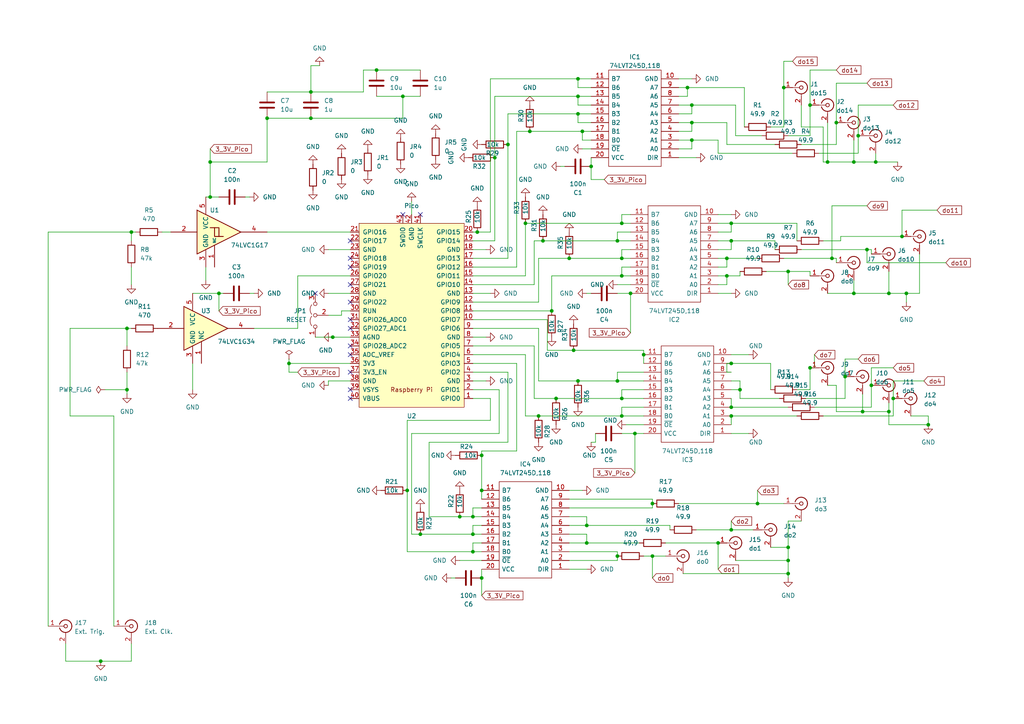
<source format=kicad_sch>
(kicad_sch (version 20230121) (generator eeschema)
  (paper "A4")
  (title_block (title "Prawn DO Breakout") (date "2024-01-19") (rev "01") (company "US Army Research Laboratory") (comment 1 "Email: david.h.meyer3.civ@army.mil") (comment 2 "Original Design By: David Meyer"))
  (junction (at 83.82 105.41))
  (junction (at 139.7 142.24))
  (junction (at 199.39 25.4))
  (junction (at 254 46.99))
  (junction (at 63.5 85.09))
  (junction (at 60.96 46.99))
  (junction (at 184.15 125.73))
  (junction (at 210.82 74.93))
  (junction (at 208.28 157.48))
  (junction (at 161.29 115.57))
  (junction (at 138.43 67.31))
  (junction (at 241.3 74.93))
  (junction (at 259.08 115.57))
  (junction (at 200.66 35.56))
  (junction (at 189.23 146.05))
  (junction (at 165.1 74.93))
  (junction (at 234.95 30.48))
  (junction (at 180.34 74.93))
  (junction (at 182.88 85.09))
  (junction (at 251.46 72.39))
  (junction (at 179.07 161.29))
  (junction (at 153.67 38.1))
  (junction (at 219.71 146.05))
  (junction (at 180.34 115.57))
  (junction (at 228.6 78.74))
  (junction (at 180.34 64.77))
  (junction (at 137.16 160.02))
  (junction (at 227.33 25.4))
  (junction (at 38.1 67.31))
  (junction (at 212.09 153.67))
  (junction (at 210.82 80.01))
  (junction (at 157.48 69.85))
  (junction (at 212.09 120.65))
  (junction (at 214.63 113.03))
  (junction (at 262.89 85.09))
  (junction (at 248.92 39.37))
  (junction (at 200.66 40.64))
  (junction (at 167.64 27.94))
  (junction (at 189.23 161.29))
  (junction (at 257.81 119.38))
  (junction (at 171.45 48.26))
  (junction (at 250.19 119.38))
  (junction (at 133.35 149.86))
  (junction (at 228.6 166.37))
  (junction (at 121.92 154.94))
  (junction (at 137.16 154.94))
  (junction (at 160.02 90.17))
  (junction (at 180.34 80.01))
  (junction (at 212.09 105.41))
  (junction (at 29.21 191.77))
  (junction (at 212.09 69.85))
  (junction (at 90.17 26.67))
  (junction (at 147.32 41.91))
  (junction (at 179.07 69.85))
  (junction (at 234.95 106.68))
  (junction (at 247.65 46.99))
  (junction (at 170.18 152.4))
  (junction (at 168.91 38.1))
  (junction (at 167.64 33.02))
  (junction (at 179.07 110.49))
  (junction (at 109.22 20.32))
  (junction (at 186.69 102.87))
  (junction (at 139.7 167.64))
  (junction (at 116.84 27.94))
  (junction (at 212.09 118.11))
  (junction (at 118.11 142.24))
  (junction (at 77.47 34.29))
  (junction (at 242.57 35.56))
  (junction (at 137.16 149.86))
  (junction (at 96.52 97.79))
  (junction (at 143.51 45.72))
  (junction (at 212.09 64.77))
  (junction (at 228.6 162.56))
  (junction (at 252.73 111.76))
  (junction (at 36.83 95.25))
  (junction (at 139.7 132.08))
  (junction (at 152.4 64.77))
  (junction (at 257.81 85.09))
  (junction (at 36.83 113.03))
  (junction (at 247.65 85.09))
  (junction (at 166.37 101.6))
  (junction (at 240.03 46.99))
  (junction (at 167.64 22.86))
  (junction (at 269.24 123.19))
  (junction (at 90.17 34.29))
  (junction (at 167.64 110.49))
  (junction (at 245.11 109.22))
  (junction (at 200.66 30.48))
  (junction (at 170.18 157.48))
  (junction (at 156.21 120.65))
  (junction (at 60.96 57.15))
  (junction (at 261.62 68.58))
  (junction (at 180.34 120.65))
  (junction (at 228.6 158.75))
  (no_connect (at 101.6 77.47))
  (no_connect (at 116.84 62.23))
  (no_connect (at 101.6 113.03))
  (no_connect (at 101.6 82.55))
  (no_connect (at 101.6 100.33))
  (no_connect (at 101.6 69.85))
  (no_connect (at 101.6 87.63))
  (no_connect (at 101.6 74.93))
  (no_connect (at 101.6 107.95))
  (no_connect (at 121.92 62.23))
  (no_connect (at 101.6 102.87))
  (no_connect (at 101.6 92.71))
  (no_connect (at 101.6 95.25))
  (no_connect (at 91.44 85.09))
  (no_connect (at 101.6 115.57))
  (wire (pts (xy 208.28 44.45) (xy 229.87 44.45)))
  (wire (pts (xy 212.09 125.73) (xy 217.17 125.73)))
  (wire (pts (xy 119.38 125.73) (xy 119.38 154.94)))
  (wire (pts (xy 133.35 149.86) (xy 137.16 149.86)))
  (wire (pts (xy 156.21 110.49) (xy 167.64 110.49)))
  (wire (pts (xy 180.34 80.01) (xy 182.88 80.01)))
  (wire (pts (xy 228.6 166.37) (xy 228.6 162.56)))
  (wire (pts (xy 137.16 85.09) (xy 142.24 85.09)))
  (wire (pts (xy 217.17 102.87) (xy 212.09 102.87)))
  (wire (pts (xy 179.07 107.95) (xy 179.07 110.49)))
  (wire (pts (xy 161.29 115.57) (xy 180.34 115.57)))
  (wire (pts (xy 182.88 62.23) (xy 180.34 62.23)))
  (wire (pts (xy 59.69 77.47) (xy 59.69 81.28)))
  (wire (pts (xy 214.63 110.49) (xy 212.09 110.49)))
  (wire (pts (xy 147.32 107.95) (xy 147.32 128.27)))
  (wire (pts (xy 182.88 77.47) (xy 180.34 77.47)))
  (wire (pts (xy 250.19 119.38) (xy 257.81 119.38)))
  (wire (pts (xy 99.06 91.44) (xy 99.06 90.17)))
  (wire (pts (xy 227.33 25.4) (xy 227.33 36.83)))
  (wire (pts (xy 165.1 160.02) (xy 179.07 160.02)))
  (wire (pts (xy 165.1 142.24) (xy 168.91 142.24)))
  (wire (pts (xy 142.24 121.92) (xy 118.11 121.92)))
  (wire (pts (xy 130.81 167.64) (xy 132.08 167.64)))
  (wire (pts (xy 160.02 80.01) (xy 160.02 90.17)))
  (wire (pts (xy 170.18 152.4) (xy 194.31 152.4)))
  (wire (pts (xy 208.28 72.39) (xy 212.09 72.39)))
  (wire (pts (xy 212.09 118.11) (xy 212.09 115.57)))
  (wire (pts (xy 247.65 85.09) (xy 257.81 85.09)))
  (wire (pts (xy 261.62 60.96) (xy 261.62 68.58)))
  (wire (pts (xy 186.69 123.19) (xy 181.61 123.19)))
  (wire (pts (xy 182.88 67.31) (xy 179.07 67.31)))
  (wire (pts (xy 234.95 78.74) (xy 234.95 80.01)))
  (wire (pts (xy 208.28 82.55) (xy 210.82 82.55)))
  (wire (pts (xy 247.65 46.99) (xy 254 46.99)))
  (wire (pts (xy 180.34 118.11) (xy 180.34 120.65)))
  (wire (pts (xy 175.26 52.07) (xy 171.45 52.07)))
  (wire (pts (xy 60.96 46.99) (xy 60.96 57.15)))
  (wire (pts (xy 90.17 26.67) (xy 105.41 26.67)))
  (wire (pts (xy 238.76 36.83) (xy 238.76 46.99)))
  (wire (pts (xy 167.64 25.4) (xy 167.64 22.86)))
  (wire (pts (xy 109.22 27.94) (xy 116.84 27.94)))
  (wire (pts (xy 224.79 69.85) (xy 224.79 72.39)))
  (wire (pts (xy 257.81 85.09) (xy 262.89 85.09)))
  (wire (pts (xy 71.12 57.15) (xy 72.39 57.15)))
  (wire (pts (xy 121.92 154.94) (xy 137.16 154.94)))
  (wire (pts (xy 259.08 115.57) (xy 259.08 120.65)))
  (wire (pts (xy 200.66 30.48) (xy 213.36 30.48)))
  (wire (pts (xy 171.45 30.48) (xy 167.64 30.48)))
  (wire (pts (xy 137.16 160.02) (xy 139.7 160.02)))
  (wire (pts (xy 208.28 40.64) (xy 208.28 44.45)))
  (wire (pts (xy 20.32 120.65) (xy 20.32 95.25)))
  (wire (pts (xy 232.41 41.91) (xy 242.57 41.91)))
  (wire (pts (xy 232.41 36.83) (xy 238.76 36.83)))
  (wire (pts (xy 143.51 45.72) (xy 143.51 69.85)))
  (wire (pts (xy 166.37 101.6) (xy 186.69 101.6)))
  (wire (pts (xy 199.39 27.94) (xy 199.39 25.4)))
  (wire (pts (xy 208.28 80.01) (xy 210.82 80.01)))
  (wire (pts (xy 137.16 110.49) (xy 140.97 110.49)))
  (wire (pts (xy 86.36 95.25) (xy 86.36 80.01)))
  (wire (pts (xy 20.32 95.25) (xy 36.83 95.25)))
  (wire (pts (xy 208.28 157.48) (xy 208.28 165.1)))
  (wire (pts (xy 154.94 69.85) (xy 157.48 69.85)))
  (wire (pts (xy 242.57 24.13) (xy 242.57 35.56)))
  (wire (pts (xy 137.16 97.79) (xy 140.97 97.79)))
  (wire (pts (xy 137.16 67.31) (xy 138.43 67.31)))
  (wire (pts (xy 38.1 67.31) (xy 38.1 69.85)))
  (wire (pts (xy 212.09 67.31) (xy 212.09 64.77)))
  (wire (pts (xy 259.08 110.49) (xy 259.08 115.57)))
  (wire (pts (xy 19.05 186.69) (xy 19.05 191.77)))
  (wire (pts (xy 171.45 25.4) (xy 167.64 25.4)))
  (wire (pts (xy 196.85 43.18) (xy 200.66 43.18)))
  (wire (pts (xy 165.1 154.94) (xy 170.18 154.94)))
  (wire (pts (xy 232.41 30.48) (xy 232.41 36.83)))
  (wire (pts (xy 254 46.99) (xy 254 44.45)))
  (wire (pts (xy 147.32 41.91) (xy 147.32 74.93)))
  (wire (pts (xy 208.28 77.47) (xy 210.82 77.47)))
  (wire (pts (xy 83.82 105.41) (xy 83.82 107.95)))
  (wire (pts (xy 77.47 46.99) (xy 60.96 46.99)))
  (wire (pts (xy 165.1 144.78) (xy 189.23 144.78)))
  (wire (pts (xy 193.04 157.48) (xy 208.28 157.48)))
  (wire (pts (xy 259.08 106.68) (xy 252.73 106.68)))
  (wire (pts (xy 229.87 17.78) (xy 227.33 17.78)))
  (wire (pts (xy 186.69 107.95) (xy 179.07 107.95)))
  (wire (pts (xy 139.7 147.32) (xy 137.16 147.32)))
  (wire (pts (xy 248.92 30.48) (xy 248.92 39.37)))
  (wire (pts (xy 139.7 167.64) (xy 139.7 172.72)))
  (wire (pts (xy 228.6 78.74) (xy 234.95 78.74)))
  (wire (pts (xy 149.86 38.1) (xy 153.67 38.1)))
  (wire (pts (xy 165.1 162.56) (xy 179.07 162.56)))
  (wire (pts (xy 180.34 74.93) (xy 182.88 74.93)))
  (wire (pts (xy 171.45 85.09) (xy 170.18 85.09)))
  (wire (pts (xy 96.52 97.79) (xy 101.6 97.79)))
  (wire (pts (xy 137.16 90.17) (xy 160.02 90.17)))
  (wire (pts (xy 165.1 74.93) (xy 180.34 74.93)))
  (wire (pts (xy 180.34 62.23) (xy 180.34 64.77)))
  (wire (pts (xy 153.67 38.1) (xy 168.91 38.1)))
  (wire (pts (xy 184.15 125.73) (xy 180.34 125.73)))
  (wire (pts (xy 143.51 27.94) (xy 167.64 27.94)))
  (wire (pts (xy 198.12 166.37) (xy 228.6 166.37)))
  (wire (pts (xy 156.21 120.65) (xy 180.34 120.65)))
  (wire (pts (xy 208.28 69.85) (xy 212.09 69.85)))
  (wire (pts (xy 137.16 157.48) (xy 137.16 160.02)))
  (wire (pts (xy 234.95 113.03) (xy 231.14 113.03)))
  (wire (pts (xy 142.24 115.57) (xy 142.24 121.92)))
  (wire (pts (xy 214.63 115.57) (xy 226.06 115.57)))
  (wire (pts (xy 212.09 153.67) (xy 218.44 153.67)))
  (wire (pts (xy 137.16 69.85) (xy 143.51 69.85)))
  (wire (pts (xy 180.34 115.57) (xy 186.69 115.57)))
  (wire (pts (xy 172.72 128.27) (xy 171.45 128.27)))
  (wire (pts (xy 250.19 114.3) (xy 250.19 119.38)))
  (wire (pts (xy 160.02 80.01) (xy 180.34 80.01)))
  (wire (pts (xy 212.09 118.11) (xy 228.6 118.11)))
  (wire (pts (xy 208.28 64.77) (xy 212.09 64.77)))
  (wire (pts (xy 227.33 17.78) (xy 227.33 25.4)))
  (wire (pts (xy 242.57 41.91) (xy 242.57 35.56)))
  (wire (pts (xy 139.7 152.4) (xy 137.16 152.4)))
  (wire (pts (xy 77.47 34.29) (xy 77.47 46.99)))
  (wire (pts (xy 33.02 120.65) (xy 20.32 120.65)))
  (wire (pts (xy 13.97 181.61) (xy 13.97 67.31)))
  (wire (pts (xy 179.07 160.02) (xy 179.07 161.29)))
  (wire (pts (xy 199.39 25.4) (xy 215.9 25.4)))
  (wire (pts (xy 219.71 142.24) (xy 219.71 146.05)))
  (wire (pts (xy 257.81 123.19) (xy 269.24 123.19)))
  (wire (pts (xy 124.46 128.27) (xy 124.46 149.86)))
  (wire (pts (xy 200.66 33.02) (xy 200.66 30.48)))
  (wire (pts (xy 228.6 39.37) (xy 234.95 39.37)))
  (wire (pts (xy 201.93 153.67) (xy 212.09 153.67)))
  (wire (pts (xy 137.16 77.47) (xy 149.86 77.47)))
  (wire (pts (xy 247.65 40.64) (xy 247.65 46.99)))
  (wire (pts (xy 223.52 113.03) (xy 223.52 105.41)))
  (wire (pts (xy 196.85 30.48) (xy 200.66 30.48)))
  (wire (pts (xy 212.09 123.19) (xy 212.09 120.65)))
  (wire (pts (xy 214.63 115.57) (xy 214.63 113.03)))
  (wire (pts (xy 162.56 48.26) (xy 163.83 48.26)))
  (wire (pts (xy 137.16 82.55) (xy 154.94 82.55)))
  (wire (pts (xy 222.25 78.74) (xy 228.6 78.74)))
  (wire (pts (xy 274.32 76.2) (xy 251.46 76.2)))
  (wire (pts (xy 165.1 165.1) (xy 170.18 165.1)))
  (wire (pts (xy 152.4 64.77) (xy 180.34 64.77)))
  (wire (pts (xy 144.78 113.03) (xy 144.78 125.73)))
  (wire (pts (xy 59.69 57.15) (xy 60.96 57.15)))
  (wire (pts (xy 186.69 125.73) (xy 184.15 125.73)))
  (wire (pts (xy 36.83 95.25) (xy 36.83 100.33)))
  (wire (pts (xy 189.23 144.78) (xy 189.23 146.05)))
  (wire (pts (xy 154.94 69.85) (xy 154.94 82.55)))
  (wire (pts (xy 171.45 35.56) (xy 167.64 35.56)))
  (wire (pts (xy 83.82 107.95) (xy 86.36 107.95)))
  (wire (pts (xy 180.34 72.39) (xy 180.34 74.93)))
  (wire (pts (xy 157.48 69.85) (xy 179.07 69.85)))
  (wire (pts (xy 232.41 72.39) (xy 251.46 72.39)))
  (wire (pts (xy 168.91 40.64) (xy 168.91 38.1)))
  (wire (pts (xy 167.64 30.48) (xy 167.64 27.94)))
  (wire (pts (xy 179.07 110.49) (xy 186.69 110.49)))
  (wire (pts (xy 262.89 85.09) (xy 266.7 85.09)))
  (wire (pts (xy 228.6 162.56) (xy 228.6 158.75)))
  (wire (pts (xy 118.11 160.02) (xy 137.16 160.02)))
  (wire (pts (xy 91.44 97.79) (xy 96.52 97.79)))
  (wire (pts (xy 262.89 85.09) (xy 262.89 87.63)))
  (wire (pts (xy 118.11 121.92) (xy 118.11 142.24)))
  (wire (pts (xy 257.81 119.38) (xy 257.81 123.19)))
  (wire (pts (xy 105.41 20.32) (xy 109.22 20.32)))
  (wire (pts (xy 55.88 105.41) (xy 55.88 113.03)))
  (wire (pts (xy 252.73 72.39) (xy 252.73 73.66)))
  (wire (pts (xy 213.36 162.56) (xy 228.6 162.56)))
  (wire (pts (xy 119.38 154.94) (xy 121.92 154.94)))
  (wire (pts (xy 247.65 81.28) (xy 247.65 85.09)))
  (wire (pts (xy 208.28 67.31) (xy 212.09 67.31)))
  (wire (pts (xy 238.76 120.65) (xy 259.08 120.65)))
  (wire (pts (xy 234.95 20.32) (xy 234.95 30.48)))
  (wire (pts (xy 38.1 77.47) (xy 38.1 82.55)))
  (wire (pts (xy 95.25 91.44) (xy 99.06 91.44)))
  (wire (pts (xy 180.34 113.03) (xy 180.34 115.57)))
  (wire (pts (xy 240.03 46.99) (xy 247.65 46.99)))
  (wire (pts (xy 240.03 35.56) (xy 240.03 46.99)))
  (wire (pts (xy 189.23 167.64) (xy 189.23 161.29)))
  (wire (pts (xy 210.82 41.91) (xy 224.79 41.91)))
  (wire (pts (xy 139.7 130.81) (xy 139.7 132.08)))
  (wire (pts (xy 196.85 38.1) (xy 200.66 38.1)))
  (wire (pts (xy 214.63 113.03) (xy 214.63 110.49)))
  (wire (pts (xy 269.24 120.65) (xy 264.16 120.65)))
  (wire (pts (xy 179.07 162.56) (xy 179.07 161.29)))
  (wire (pts (xy 137.16 95.25) (xy 156.21 95.25)))
  (wire (pts (xy 182.88 85.09) (xy 179.07 85.09)))
  (wire (pts (xy 240.03 85.09) (xy 247.65 85.09)))
  (wire (pts (xy 170.18 149.86) (xy 170.18 152.4)))
  (wire (pts (xy 267.97 110.49) (xy 259.08 110.49)))
  (wire (pts (xy 212.09 151.13) (xy 212.09 153.67)))
  (wire (pts (xy 234.95 39.37) (xy 234.95 30.48)))
  (wire (pts (xy 186.69 102.87) (xy 186.69 105.41)))
  (wire (pts (xy 156.21 74.93) (xy 156.21 87.63)))
  (wire (pts (xy 168.91 43.18) (xy 171.45 43.18)))
  (wire (pts (xy 223.52 158.75) (xy 228.6 158.75)))
  (wire (pts (xy 184.15 137.16) (xy 184.15 125.73)))
  (wire (pts (xy 251.46 76.2) (xy 251.46 72.39)))
  (wire (pts (xy 186.69 161.29) (xy 189.23 161.29)))
  (wire (pts (xy 233.68 115.57) (xy 245.11 115.57)))
  (wire (pts (xy 248.92 104.14) (xy 245.11 104.14)))
  (wire (pts (xy 186.69 118.11) (xy 180.34 118.11)))
  (wire (pts (xy 99.06 90.17) (xy 101.6 90.17)))
  (wire (pts (xy 196.85 22.86) (xy 200.66 22.86)))
  (wire (pts (xy 137.16 92.71) (xy 158.75 92.71)))
  (wire (pts (xy 137.16 74.93) (xy 147.32 74.93)))
  (wire (pts (xy 196.85 27.94) (xy 199.39 27.94)))
  (wire (pts (xy 90.17 19.05) (xy 92.71 19.05)))
  (wire (pts (xy 165.1 147.32) (xy 189.23 147.32)))
  (wire (pts (xy 212.09 72.39) (xy 212.09 69.85)))
  (wire (pts (xy 257.81 116.84) (xy 257.81 119.38)))
  (wire (pts (xy 83.82 104.14) (xy 83.82 105.41)))
  (wire (pts (xy 228.6 78.74) (xy 228.6 82.55)))
  (wire (pts (xy 139.7 157.48) (xy 137.16 157.48)))
  (wire (pts (xy 158.75 101.6) (xy 166.37 101.6)))
  (wire (pts (xy 137.16 113.03) (xy 144.78 113.03)))
  (wire (pts (xy 212.09 107.95) (xy 210.82 107.95)))
  (wire (pts (xy 210.82 74.93) (xy 219.71 74.93)))
  (wire (pts (xy 63.5 85.09) (xy 63.5 90.17)))
  (wire (pts (xy 165.1 157.48) (xy 170.18 157.48)))
  (wire (pts (xy 36.83 107.95) (xy 36.83 113.03)))
  (wire (pts (xy 200.66 38.1) (xy 200.66 35.56)))
  (wire (pts (xy 139.7 132.08) (xy 139.7 142.24)))
  (wire (pts (xy 228.6 167.64) (xy 228.6 166.37)))
  (wire (pts (xy 55.88 85.09) (xy 63.5 85.09)))
  (wire (pts (xy 133.35 162.56) (xy 139.7 162.56)))
  (wire (pts (xy 194.31 152.4) (xy 194.31 153.67)))
  (wire (pts (xy 212.09 64.77) (xy 231.14 64.77)))
  (wire (pts (xy 46.99 67.31) (xy 49.53 67.31)))
  (wire (pts (xy 63.5 85.09) (xy 64.77 85.09)))
  (wire (pts (xy 152.4 64.77) (xy 152.4 80.01)))
  (wire (pts (xy 149.86 38.1) (xy 149.86 77.47)))
  (wire (pts (xy 95.25 72.39) (xy 101.6 72.39)))
  (wire (pts (xy 137.16 149.86) (xy 139.7 149.86)))
  (wire (pts (xy 200.66 43.18) (xy 200.66 40.64)))
  (wire (pts (xy 210.82 35.56) (xy 210.82 41.91)))
  (wire (pts (xy 137.16 80.01) (xy 152.4 80.01)))
  (wire (pts (xy 252.73 106.68) (xy 252.73 111.76)))
  (wire (pts (xy 137.16 105.41) (xy 149.86 105.41)))
  (wire (pts (xy 171.45 52.07) (xy 171.45 48.26)))
  (wire (pts (xy 179.07 67.31) (xy 179.07 69.85)))
  (wire (pts (xy 60.96 57.15) (xy 63.5 57.15)))
  (wire (pts (xy 196.85 33.02) (xy 200.66 33.02)))
  (wire (pts (xy 236.22 106.68) (xy 234.95 106.68)))
  (wire (pts (xy 266.7 73.66) (xy 266.7 85.09)))
  (wire (pts (xy 208.28 85.09) (xy 212.09 85.09)))
  (wire (pts (xy 13.97 67.31) (xy 38.1 67.31)))
  (wire (pts (xy 196.85 45.72) (xy 201.93 45.72)))
  (wire (pts (xy 152.4 102.87) (xy 152.4 120.65)))
  (wire (pts (xy 147.32 33.02) (xy 147.32 41.91)))
  (wire (pts (xy 200.66 35.56) (xy 210.82 35.56)))
  (wire (pts (xy 172.72 128.27) (xy 172.72 125.73)))
  (wire (pts (xy 138.43 67.31) (xy 142.24 67.31)))
  (wire (pts (xy 38.1 186.69) (xy 38.1 191.77)))
  (wire (pts (xy 228.6 158.75) (xy 228.6 151.13)))
  (wire (pts (xy 30.48 113.03) (xy 36.83 113.03)))
  (wire (pts (xy 77.47 67.31) (xy 101.6 67.31)))
  (wire (pts (xy 147.32 33.02) (xy 167.64 33.02)))
  (wire (pts (xy 109.22 20.32) (xy 121.92 20.32)))
  (wire (pts (xy 38.1 67.31) (xy 39.37 67.31)))
  (wire (pts (xy 83.82 105.41) (xy 101.6 105.41)))
  (wire (pts (xy 251.46 59.69) (xy 241.3 59.69)))
  (wire (pts (xy 213.36 39.37) (xy 220.98 39.37)))
  (wire (pts (xy 142.24 22.86) (xy 167.64 22.86)))
  (wire (pts (xy 137.16 115.57) (xy 142.24 115.57)))
  (wire (pts (xy 167.64 27.94) (xy 171.45 27.94)))
  (wire (pts (xy 189.23 161.29) (xy 193.04 161.29)))
  (wire (pts (xy 143.51 27.94) (xy 143.51 45.72)))
  (wire (pts (xy 240.03 111.76) (xy 242.57 111.76)))
  (wire (pts (xy 154.94 115.57) (xy 161.29 115.57)))
  (wire (pts (xy 182.88 72.39) (xy 180.34 72.39)))
  (wire (pts (xy 212.09 120.65) (xy 231.14 120.65)))
  (wire (pts (xy 137.16 147.32) (xy 137.16 149.86)))
  (wire (pts (xy 156.21 74.93) (xy 165.1 74.93)))
  (wire (pts (xy 167.64 33.02) (xy 171.45 33.02)))
  (wire (pts (xy 144.78 125.73) (xy 119.38 125.73)))
  (wire (pts (xy 137.16 87.63) (xy 156.21 87.63)))
  (wire (pts (xy 196.85 35.56) (xy 200.66 35.56)))
  (wire (pts (xy 72.39 85.09) (xy 73.66 85.09)))
  (wire (pts (xy 251.46 24.13) (xy 242.57 24.13)))
  (wire (pts (xy 60.96 43.18) (xy 60.96 46.99)))
  (wire (pts (xy 137.16 107.95) (xy 147.32 107.95)))
  (wire (pts (xy 149.86 130.81) (xy 139.7 130.81)))
  (wire (pts (xy 196.85 40.64) (xy 200.66 40.64)))
  (wire (pts (xy 105.41 26.67) (xy 105.41 20.32)))
  (wire (pts (xy 196.85 146.05) (xy 219.71 146.05)))
  (wire (pts (xy 271.78 60.96) (xy 261.62 60.96)))
  (wire (pts (xy 116.84 27.94) (xy 121.92 27.94)))
  (wire (pts (xy 116.84 27.94) (xy 116.84 34.29)))
  (wire (pts (xy 167.64 110.49) (xy 179.07 110.49)))
  (wire (pts (xy 227.33 36.83) (xy 223.52 36.83)))
  (wire (pts (xy 168.91 38.1) (xy 171.45 38.1)))
  (wire (pts (xy 73.66 95.25) (xy 86.36 95.25)))
  (wire (pts (xy 196.85 25.4) (xy 199.39 25.4)))
  (wire (pts (xy 171.45 40.64) (xy 168.91 40.64)))
  (wire (pts (xy 242.57 20.32) (xy 234.95 20.32)))
  (wire (pts (xy 228.6 151.13) (xy 232.41 151.13)))
  (wire (pts (xy 179.07 69.85) (xy 182.88 69.85)))
  (wire (pts (xy 180.34 77.47) (xy 180.34 80.01)))
  (wire (pts (xy 219.71 146.05) (xy 227.33 146.05)))
  (wire (pts (xy 137.16 72.39) (xy 140.97 72.39)))
  (wire (pts (xy 119.38 62.23) (xy 119.38 58.42)))
  (wire (pts (xy 248.92 44.45) (xy 248.92 39.37)))
  (wire (pts (xy 236.22 102.87) (xy 236.22 106.68)))
  (wire (pts (xy 139.7 165.1) (xy 139.7 167.64)))
  (wire (pts (xy 33.02 181.61) (xy 33.02 120.65)))
  (wire (pts (xy 86.36 80.01) (xy 101.6 80.01)))
  (wire (pts (xy 269.24 123.19) (xy 269.24 120.65)))
  (wire (pts (xy 118.11 142.24) (xy 118.11 160.02)))
  (wire (pts (xy 242.57 111.76) (xy 242.57 119.38)))
  (wire (pts (xy 170.18 154.94) (xy 170.18 157.48)))
  (wire (pts (xy 257.81 78.74) (xy 257.81 85.09)))
  (wire (pts (xy 182.88 96.52) (xy 182.88 85.09)))
  (wire (pts (xy 214.63 80.01) (xy 214.63 78.74)))
  (wire (pts (xy 139.7 142.24) (xy 139.7 144.78)))
  (wire (pts (xy 260.35 46.99) (xy 254 46.99)))
  (wire (pts (xy 167.64 35.56) (xy 167.64 33.02)))
  (wire (pts (xy 215.9 25.4) (xy 215.9 36.83)))
  (wire (pts (xy 158.75 92.71) (xy 158.75 101.6)))
  (wire (pts (xy 231.14 69.85) (xy 231.14 64.77)))
  (wire (pts (xy 236.22 118.11) (xy 252.73 118.11)))
  (wire (pts (xy 234.95 106.68) (xy 234.95 113.03)))
  (wire (pts (xy 137.16 154.94) (xy 139.7 154.94)))
  (wire (pts (xy 243.84 68.58) (xy 243.84 69.85)))
  (wire (pts (xy 212.09 69.85) (xy 224.79 69.85)))
  (wire (pts (xy 152.4 120.65) (xy 156.21 120.65)))
  (wire (pts (xy 170.18 157.48) (xy 185.42 157.48)))
  (wire (pts (xy 186.69 113.03) (xy 180.34 113.03)))
  (wire (pts (xy 90.17 34.29) (xy 116.84 34.29)))
  (wire (pts (xy 259.08 30.48) (xy 248.92 30.48)))
  (wire (pts (xy 165.1 149.86) (xy 170.18 149.86)))
  (wire (pts (xy 95.25 110.49) (xy 95.25 111.76)))
  (wire (pts (xy 210.82 107.95) (xy 210.82 105.41)))
  (wire (pts (xy 101.6 110.49) (xy 95.25 110.49)))
  (wire (pts (xy 137.16 152.4) (xy 137.16 154.94)))
  (wire (pts (xy 242.57 74.93) (xy 242.57 76.2)))
  (wire (pts (xy 210.82 105.41) (xy 212.09 105.41)))
  (wire (pts (xy 241.3 74.93) (xy 242.57 74.93)))
  (wire (pts (xy 77.47 26.67) (xy 90.17 26.67)))
  (wire (pts (xy 210.82 80.01) (xy 214.63 80.01)))
  (wire (pts (xy 227.33 74.93) (xy 241.3 74.93)))
  (wire (pts (xy 189.23 147.32) (xy 189.23 146.05)))
  (wire (pts (xy 237.49 44.45) (xy 248.92 44.45)))
  (wire (pts (xy 200.66 40.64) (xy 208.28 40.64)))
  (wire (pts (xy 182.88 82.55) (xy 179.07 82.55)))
  (wire (pts (xy 77.47 34.29) (xy 90.17 34.29)))
  (wire (pts (xy 147.32 128.27) (xy 124.46 128.27)))
  (wire (pts (xy 261.62 68.58) (xy 243.84 68.58)))
  (wire (pts (xy 154.94 100.33) (xy 154.94 115.57)))
  (wire (pts (xy 210.82 82.55) (xy 210.82 80.01)))
  (wire (pts (xy 180.34 64.77) (xy 182.88 64.77)))
  (wire (pts (xy 36.83 113.03) (xy 36.83 114.3)))
  (wire (pts (xy 245.11 109.22) (xy 245.11 115.57)))
  (wire (pts (xy 238.76 46.99) (xy 240.03 46.99)))
  (wire (pts (xy 142.24 22.86) (xy 142.24 67.31)))
  (wire (pts (xy 212.09 105.41) (xy 223.52 105.41)))
  (wire (pts (xy 167.64 22.86) (xy 171.45 22.86)))
  (wire (pts (xy 186.69 101.6) (xy 186.69 102.87)))
  (wire (pts (xy 165.1 152.4) (xy 170.18 152.4)))
  (wire (pts (xy 180.34 120.65) (xy 186.69 120.65)))
  (wire (pts (xy 212.09 113.03) (xy 214.63 113.03)))
  (wire (pts (xy 95.25 85.09) (xy 101.6 85.09)))
  (wire (pts (xy 208.28 74.93) (xy 210.82 74.93)))
  (wire (pts (xy 245.11 104.14) (xy 245.11 109.22)))
  (wire (pts (xy 90.17 26.67) (xy 90.17 19.05)))
  (wire (pts (xy 149.86 105.41) (xy 149.86 130.81)))
  (wire (pts (xy 19.05 191.77) (xy 29.21 191.77)))
  (wire (pts (xy 210.82 74.93) (xy 210.82 77.47)))
  (wire (pts (xy 124.46 149.86) (xy 133.35 149.86)))
  (wire (pts (xy 242.57 119.38) (xy 250.19 119.38)))
  (wire (pts (xy 171.45 48.26) (xy 171.45 45.72)))
  (wire (pts (xy 137.16 102.87) (xy 152.4 102.87)))
  (wire (pts (xy 137.16 100.33) (xy 154.94 100.33)))
  (wire (pts (xy 241.3 59.69) (xy 241.3 74.93)))
  (wire (pts (xy 156.21 95.25) (xy 156.21 110.49)))
  (wire (pts (xy 251.46 72.39) (xy 252.73 72.39)))
  (wire (pts (xy 252.73 111.76) (xy 252.73 118.11)))
  (wire (pts (xy 212.09 62.23) (xy 208.28 62.23)))
  (wire (pts (xy 38.1 191.77) (xy 29.21 191.77)))
  (wire (pts (xy 243.84 69.85) (xy 238.76 69.85)))
  (wire (pts (xy 36.83 95.25) (xy 38.1 95.25)))
  (wire (pts (xy 213.36 30.48) (xy 213.36 39.37)))
  (global_label "do13" (shape input) (at 251.46 24.13 0) (property "Intersheetrefs" "${INTERSHEET_REFS}" (effects hide)))
  (global_label "3_3V_Pico" (shape input) (at 60.96 43.18 0) (property "Intersheetrefs" "${INTERSHEET_REFS}" (effects hide)))
  (global_label "do4" (shape input) (at 267.97 110.49 0) (property "Intersheetrefs" "${INTERSHEET_REFS}" (effects hide)))
  (global_label "do12" (shape input) (at 259.08 30.48 0) (property "Intersheetrefs" "${INTERSHEET_REFS}" (effects hide)))
  (global_label "do15" (shape input) (at 229.87 17.78 0) (property "Intersheetrefs" "${INTERSHEET_REFS}" (effects hide)))
  (global_label "do2" (shape input) (at 212.09 151.13 0) (property "Intersheetrefs" "${INTERSHEET_REFS}" (effects hide)))
  (global_label "3_3V_Pico" (shape input) (at 86.36 107.95 0) (property "Intersheetrefs" "${INTERSHEET_REFS}" (effects hide)))
  (global_label "do7" (shape input) (at 236.22 102.87 0) (property "Intersheetrefs" "${INTERSHEET_REFS}" (effects hide)))
  (global_label "3_3V_Pico" (shape input) (at 175.26 52.07 0) (property "Intersheetrefs" "${INTERSHEET_REFS}" (effects hide)))
  (global_label "do9" (shape input) (at 251.46 59.69 0) (property "Intersheetrefs" "${INTERSHEET_REFS}" (effects hide)))
  (global_label "3_3V_Pico" (shape input) (at 184.15 137.16 180) (property "Intersheetrefs" "${INTERSHEET_REFS}" (effects hide)))
  (global_label "do3" (shape input) (at 219.71 142.24 0) (property "Intersheetrefs" "${INTERSHEET_REFS}" (effects hide)))
  (global_label "do5" (shape input) (at 259.08 106.68 0) (property "Intersheetrefs" "${INTERSHEET_REFS}" (effects hide)))
  (global_label "3_3V_Pico" (shape input) (at 182.88 96.52 180) (property "Intersheetrefs" "${INTERSHEET_REFS}" (effects hide)))
  (global_label "do0" (shape input) (at 189.23 167.64 0) (property "Intersheetrefs" "${INTERSHEET_REFS}" (effects hide)))
  (global_label "3_3V_Pico" (shape input) (at 139.7 172.72 0) (property "Intersheetrefs" "${INTERSHEET_REFS}" (effects hide)))
  (global_label "do10" (shape input) (at 274.32 76.2 0) (property "Intersheetrefs" "${INTERSHEET_REFS}" (effects hide)))
  (global_label "3_3V_Pico" (shape input) (at 63.5 90.17 0) (property "Intersheetrefs" "${INTERSHEET_REFS}" (effects hide)))
  (global_label "do14" (shape input) (at 242.57 20.32 0) (property "Intersheetrefs" "${INTERSHEET_REFS}" (effects hide)))
  (global_label "do8" (shape input) (at 228.6 82.55 0) (property "Intersheetrefs" "${INTERSHEET_REFS}" (effects hide)))
  (global_label "do1" (shape input) (at 208.28 165.1 0) (property "Intersheetrefs" "${INTERSHEET_REFS}" (effects hide)))
  (global_label "do6" (shape input) (at 248.92 104.14 0) (property "Intersheetrefs" "${INTERSHEET_REFS}" (effects hide)))
  (global_label "do11" (shape input) (at 271.78 60.96 0) (property "Intersheetrefs" "${INTERSHEET_REFS}" (effects hide)))
  (symbol (lib_id "Connector:Conn_Coaxial") (at 38.1 181.61 0) (unit 1)
    (property "Reference" "J18" (at 41.91 180.6332 0) (effects (justify left)))
    (property "Value" "Ext. Clk." (at 41.91 183.1732 0) (effects (justify left)))
    (property "Footprint" "Connector_Coaxial:SMA_Amphenol_132289_EdgeMount" (effects hide))
    (property "Datasheet" " ~" (effects hide))
  )
  (symbol (lib_id "Device:C") (at 175.26 85.09 270) (unit 1)
    (property "Reference" "C4" (at 175.26 92.71 90))
    (property "Value" "100n" (at 175.26 90.17 90))
    (property "Footprint" "Capacitor_SMD:C_0805_2012Metric_Pad1.18x1.45mm_HandSolder" (effects hide))
  )
  (symbol (lib_id "Device:R") (at 38.1 73.66 0) (unit 1)
    (property "Reference" "R8" (at 40.64 72.39 0) (effects (justify left)))
    (property "Value" "47k" (at 40.64 74.93 0) (effects (justify left)))
    (property "Footprint" "Resistor_SMD:R_1206_3216Metric_Pad1.30x1.75mm_HandSolder" (effects hide))
  )
  (symbol (lib_id "Connector:Conn_Coaxial") (at 213.36 157.48 0) (unit 1)
    (property "Reference" "J15" (at 217.17 156.5032 0) (effects (justify left)))
    (property "Value" "do1" (at 217.17 159.0432 0) (effects (justify left)))
    (property "Footprint" "Connector_Coaxial:SMA_Amphenol_132289_EdgeMount" (effects hide))
    (property "Datasheet" " ~" (effects hide))
  )
  (symbol (lib_id "power:GND") (at 171.45 128.27 0) (unit 1)
    (property "Reference" "#PWR029" (effects hide))
    (property "Value" "GND" (at 168.91 132.08 0) (effects (justify left)))
  )
  (symbol (lib_id "74LVT245D_118:74LVT245D,118") (at 212.09 125.73 180) (unit 1)
    (property "Reference" "IC3" (at 199.39 133.35 0))
    (property "Value" "74LVT245D,118" (at 199.39 130.81 0))
    (property "Footprint" "ICs:SOIC127P1032X265-20N" (effects hide))
    (property "Datasheet" "https://assets.nexperia.com/documents/data-sheet/74LVT245.pdf" (effects hide))
    (property "Description" "74LVT245 - 3.3 V octal transceiver with direction pin (3-state)@en-us" (effects hide))
    (property "Height" "2.65" (effects hide))
    (property "Manufacturer_Name" "Nexperia" (effects hide))
    (property "Manufacturer_Part_Number" "74LVT245D,118" (effects hide))
    (property "Arrow Part Number" "74LVT245D,118" (effects hide))
    (property "Arrow Price/Stock" "https://www.arrow.com/en/products/74lvt245d118/nexperia" (effects hide))
  )
  (symbol (lib_id "power:GND") (at 99.06 44.45 180) (unit 1)
    (property "Reference" "#PWR058" (effects hide))
    (property "Value" "GND" (at 99.06 39.37 0))
  )
  (symbol (lib_id "power:GND") (at 121.92 147.32 180) (unit 1)
    (property "Reference" "#PWR040" (effects hide))
    (property "Value" "GND" (at 121.92 142.24 0))
  )
  (symbol (lib_id "power:GND") (at 152.4 57.15 180) (unit 1)
    (property "Reference" "#PWR049" (effects hide))
    (property "Value" "GND" (at 152.4 52.07 0))
  )
  (symbol (lib_id "Connector:Conn_Coaxial") (at 240.03 30.48 0) (unit 1)
    (property "Reference" "J2" (at 242.57 29.5032 0) (effects (justify left)))
    (property "Value" "do14" (at 242.57 32.0432 0) (effects (justify left)))
    (property "Footprint" "Connector_Coaxial:SMA_Amphenol_132289_EdgeMount" (effects hide))
    (property "Datasheet" " ~" (effects hide))
  )
  (symbol (lib_id "power:GND") (at 200.66 22.86 90) (unit 1)
    (property "Reference" "#PWR01" (effects hide))
    (property "Value" "GND" (at 204.47 22.86 90) (effects (justify right)))
  )
  (symbol (lib_id "Device:R") (at 224.79 39.37 90) (unit 1)
    (property "Reference" "R2" (at 224.79 33.02 90))
    (property "Value" "49.9" (at 224.79 35.56 90))
    (property "Footprint" "Resistor_SMD:R_1206_3216Metric_Pad1.30x1.75mm_HandSolder" (effects hide))
  )
  (symbol (lib_id "power:GND") (at 212.09 85.09 90) (unit 1)
    (property "Reference" "#PWR018" (effects hide))
    (property "Value" "GND" (at 215.9 85.09 90) (effects (justify right)))
  )
  (symbol (lib_id "Connector:Conn_Coaxial") (at 247.65 76.2 0) (unit 1)
    (property "Reference" "J7" (at 251.46 75.2232 0) (effects (justify left)))
    (property "Value" "do9" (at 251.46 77.7632 0) (effects (justify left)))
    (property "Footprint" "Connector_Coaxial:SMA_Amphenol_132289_EdgeMount" (effects hide))
    (property "Datasheet" " ~" (effects hide))
  )
  (symbol (lib_id "Device:R") (at 43.18 67.31 90) (unit 1)
    (property "Reference" "R5" (at 43.18 60.96 90))
    (property "Value" "470" (at 43.18 63.5 90))
    (property "Footprint" "Resistor_SMD:R_1206_3216Metric_Pad1.30x1.75mm_HandSolder" (effects hide))
  )
  (symbol (lib_id "Connector:Conn_Coaxial") (at 247.65 35.56 0) (unit 1)
    (property "Reference" "J3" (at 250.19 34.5832 0) (effects (justify left)))
    (property "Value" "do13" (at 250.19 37.1232 0) (effects (justify left)))
    (property "Footprint" "Connector_Coaxial:SMA_Amphenol_132289_EdgeMount" (effects hide))
    (property "Datasheet" " ~" (effects hide))
  )
  (symbol (lib_id "power:GND") (at 130.81 167.64 270) (unit 1)
    (property "Reference" "#PWR034" (effects hide))
    (property "Value" "GND" (at 127 167.64 90) (effects (justify right)))
  )
  (symbol (lib_id "power:GND") (at 73.66 85.09 90) (unit 1)
    (property "Reference" "#PWR014" (effects hide))
    (property "Value" "GND" (at 77.47 85.09 90) (effects (justify right)))
  )
  (symbol (lib_id "power:GND") (at 29.21 191.77 0) (unit 1)
    (property "Reference" "#PWR036" (effects hide))
    (property "Value" "GND" (at 29.21 196.85 0))
  )
  (symbol (lib_id "Device:R") (at 99.06 48.26 0) (unit 1)
    (property "Reference" "JR3" (at 101.6 46.99 0) (effects (justify left)))
    (property "Value" "0" (at 101.6 49.53 0) (effects (justify left)))
    (property "Footprint" "Resistor_SMD:R_2010_5025Metric_Pad1.40x2.65mm_HandSolder" (effects hide))
  )
  (symbol (lib_id "power:GND") (at 133.35 142.24 180) (unit 1)
    (property "Reference" "#PWR038" (effects hide))
    (property "Value" "GND" (at 133.35 137.16 0))
  )
  (symbol (lib_id "Device:R") (at 219.71 36.83 90) (unit 1)
    (property "Reference" "R1" (at 219.71 30.48 90))
    (property "Value" "49.9" (at 219.71 33.02 90))
    (property "Footprint" "Resistor_SMD:R_1206_3216Metric_Pad1.30x1.75mm_HandSolder" (effects hide))
  )
  (symbol (lib_id "power:GND") (at 133.35 162.56 270) (unit 1)
    (property "Reference" "#PWR032" (effects hide))
    (property "Value" "GND" (at 129.54 162.56 90) (effects (justify right)))
  )
  (symbol (lib_id "Device:R") (at 229.87 115.57 90) (unit 1)
    (property "Reference" "R14" (at 229.87 109.22 90))
    (property "Value" "49.9" (at 229.87 111.76 90))
    (property "Footprint" "Resistor_SMD:R_1206_3216Metric_Pad1.30x1.75mm_HandSolder" (effects hide))
  )
  (symbol (lib_id "Device:R") (at 218.44 78.74 90) (unit 1)
    (property "Reference" "R10" (at 218.44 72.39 90))
    (property "Value" "49.9" (at 218.44 74.93 90))
    (property "Footprint" "Resistor_SMD:R_1206_3216Metric_Pad1.30x1.75mm_HandSolder" (effects hide))
  )
  (symbol (lib_id "power:PWR_FLAG") (at 83.82 104.14 0) (unit 1)
    (property "Reference" "#FLG01" (effects hide))
    (property "Value" "PWR_FLAG" (at 83.82 99.06 0))
  )
  (symbol (lib_id "Device:R") (at 135.89 132.08 270) (unit 1)
    (property "Reference" "R24" (at 133.35 129.54 90) (effects (justify left)))
    (property "Value" "10k" (at 134.62 132.08 90) (effects (justify left)))
    (property "Footprint" "Resistor_SMD:R_0805_2012Metric_Pad1.20x1.40mm_HandSolder" (effects hide))
  )
  (symbol (lib_id "Device:R") (at 160.02 93.98 0) (unit 1)
    (property "Reference" "R27" (at 162.56 92.71 90) (effects (justify right)))
    (property "Value" "10k" (at 160.02 92.71 90) (effects (justify right)))
    (property "Footprint" "Resistor_SMD:R_0805_2012Metric_Pad1.20x1.40mm_HandSolder" (effects hide))
  )
  (symbol (lib_id "power:GND") (at 167.64 118.11 0) (unit 1)
    (property "Reference" "#PWR052" (effects hide))
    (property "Value" "GND" (at 167.64 123.19 0))
  )
  (symbol (lib_id "power:PWR_FLAG") (at 30.48 113.03 90) (unit 1)
    (property "Reference" "#FLG02" (effects hide))
    (property "Value" "PWR_FLAG" (at 26.67 113.03 90) (effects (justify left)))
  )
  (symbol (lib_id "74LVT245D_118:74LVT245D,118") (at 165.1 165.1 180) (unit 1)
    (property "Reference" "IC4" (at 152.4 134.62 0))
    (property "Value" "74LVT245D,118" (at 152.4 137.16 0))
    (property "Footprint" "ICs:SOIC127P1032X265-20N" (effects hide))
    (property "Datasheet" "https://assets.nexperia.com/documents/data-sheet/74LVT245.pdf" (effects hide))
    (property "Description" "74LVT245 - 3.3 V octal transceiver with direction pin (3-state)@en-us" (effects hide))
    (property "Height" "2.65" (effects hide))
    (property "Manufacturer_Name" "Nexperia" (effects hide))
    (property "Manufacturer_Part_Number" "74LVT245D,118" (effects hide))
    (property "Arrow Part Number" "74LVT245D,118" (effects hide))
    (property "Arrow Price/Stock" "https://www.arrow.com/en/products/74lvt245d118/nexperia" (effects hide))
  )
  (symbol (lib_id "Device:C") (at 135.89 167.64 270) (unit 1)
    (property "Reference" "C6" (at 135.89 175.26 90))
    (property "Value" "100n" (at 135.89 172.72 90))
    (property "Footprint" "Capacitor_SMD:C_0805_2012Metric_Pad1.18x1.45mm_HandSolder" (effects hide))
  )
  (symbol (lib_id "power:GND") (at 262.89 87.63 0) (unit 1)
    (property "Reference" "#PWR019" (effects hide))
    (property "Value" "GND" (at 262.89 92.71 0))
  )
  (symbol (lib_id "Device:R") (at 167.64 114.3 0) (unit 1)
    (property "Reference" "R36" (at 170.18 113.03 90) (effects (justify right)))
    (property "Value" "10k" (at 167.64 113.03 90) (effects (justify right)))
    (property "Footprint" "Resistor_SMD:R_0805_2012Metric_Pad1.20x1.40mm_HandSolder" (effects hide))
  )
  (symbol (lib_id "power:GND") (at 90.7777 47.6211 180) (unit 1)
    (property "Reference" "#PWR056" (effects hide))
    (property "Value" "GND" (at 90.7777 42.5411 0))
  )
  (symbol (lib_id "power:GND") (at 170.18 85.09 270) (unit 1)
    (property "Reference" "#PWR017" (effects hide))
    (property "Value" "GND" (at 166.37 85.09 90) (effects (justify right)))
  )
  (symbol (lib_id "power:GND") (at 110.49 142.24 270) (unit 1)
    (property "Reference" "#PWR037" (effects hide))
    (property "Value" "GND" (at 105.41 142.24 90))
  )
  (symbol (lib_id "power:GND") (at 95.25 111.76 270) (unit 1)
    (property "Reference" "#PWR024" (effects hide))
    (property "Value" "GND" (at 91.44 111.76 90) (effects (justify right)))
  )
  (symbol (lib_id "power:GND") (at 260.35 46.99 0) (unit 1)
    (property "Reference" "#PWR04" (effects hide))
    (property "Value" "GND" (at 260.35 52.07 0))
  )
  (symbol (lib_id "Device:C") (at 67.31 57.15 90) (unit 1)
    (property "Reference" "C2" (at 67.31 49.53 90))
    (property "Value" "100n" (at 67.31 52.07 90))
    (property "Footprint" "Capacitor_SMD:C_0805_2012Metric_Pad1.18x1.45mm_HandSolder" (effects hide))
  )
  (symbol (lib_id "Device:C") (at 109.22 24.13 0) (unit 1)
    (property "Reference" "C9" (at 113.03 22.86 0) (effects (justify left)))
    (property "Value" "10u" (at 113.03 25.4 0) (effects (justify left)))
    (property "Footprint" "Capacitor_SMD:C_0805_2012Metric_Pad1.18x1.45mm_HandSolder" (effects hide))
  )
  (symbol (lib_id "power:GND") (at 162.56 48.26 270) (unit 1)
    (property "Reference" "#PWR05" (effects hide))
    (property "Value" "GND" (at 158.75 48.26 90) (effects (justify right)))
  )
  (symbol (lib_id "Device:R") (at 41.91 95.25 90) (unit 1)
    (property "Reference" "R11" (at 41.91 88.9 90))
    (property "Value" "470" (at 41.91 91.44 90))
    (property "Footprint" "Resistor_SMD:R_1206_3216Metric_Pad1.30x1.75mm_HandSolder" (effects hide))
  )
  (symbol (lib_id "Device:R") (at 227.33 113.03 90) (unit 1)
    (property "Reference" "R13" (at 227.33 107.95 90))
    (property "Value" "49.9" (at 227.33 109.22 90))
    (property "Footprint" "Resistor_SMD:R_1206_3216Metric_Pad1.30x1.75mm_HandSolder" (effects hide))
  )
  (symbol (lib_id "Connector:Conn_Coaxial") (at 266.7 68.58 0) (unit 1)
    (property "Reference" "J5" (at 269.24 67.6032 0) (effects (justify left)))
    (property "Value" "do11" (at 269.24 70.1432 0) (effects (justify left)))
    (property "Footprint" "Connector_Coaxial:SMA_Amphenol_132289_EdgeMount" (effects hide))
    (property "Datasheet" " ~" (effects hide))
  )
  (symbol (lib_id "Device:R") (at 116.205 43.815 0) (unit 1)
    (property "Reference" "JR4" (at 118.745 42.545 0) (effects (justify left)))
    (property "Value" "0" (at 118.745 45.085 0) (effects (justify left)))
    (property "Footprint" "Resistor_SMD:R_2010_5025Metric_Pad1.40x2.65mm_HandSolder" (effects hide))
  )
  (symbol (lib_id "power:GND") (at 116.205 47.625 0) (unit 1)
    (property "Reference" "#PWR061" (effects hide))
    (property "Value" "GND" (at 116.205 52.705 0))
  )
  (symbol (lib_id "Device:C") (at 176.53 125.73 270) (unit 1)
    (property "Reference" "C5" (at 176.53 133.35 90))
    (property "Value" "100n" (at 176.53 130.81 90))
    (property "Footprint" "Capacitor_SMD:C_0805_2012Metric_Pad1.18x1.45mm_HandSolder" (effects hide))
  )
  (symbol (lib_id "power:GND") (at 116.205 40.005 180) (unit 1)
    (property "Reference" "#PWR060" (effects hide))
    (property "Value" "GND" (at 116.205 34.925 0))
  )
  (symbol (lib_id "Device:R") (at 182.88 161.29 90) (unit 1)
    (property "Reference" "R20" (at 182.88 154.94 90))
    (property "Value" "49.9" (at 182.88 157.48 90))
    (property "Footprint" "Resistor_SMD:R_1206_3216Metric_Pad1.30x1.75mm_HandSolder" (effects hide))
  )
  (symbol (lib_id "power:GND") (at 165.1 67.31 180) (unit 1)
    (property "Reference" "#PWR051" (effects hide))
    (property "Value" "GND" (at 165.1 62.23 0))
  )
  (symbol (lib_id "power:GND") (at 95.25 85.09 270) (unit 1)
    (property "Reference" "#PWR015" (effects hide))
    (property "Value" "GND" (at 91.44 85.09 90) (effects (justify right)))
  )
  (symbol (lib_id "power:GND") (at 126.365 38.735 180) (unit 1)
    (property "Reference" "#PWR062" (effects hide))
    (property "Value" "GND" (at 126.365 33.655 0))
  )
  (symbol (lib_id "Device:R") (at 153.67 34.29 180) (unit 1)
    (property "Reference" "R30" (at 151.13 35.56 90) (effects (justify right)))
    (property "Value" "10k" (at 153.67 35.56 90) (effects (justify right)))
    (property "Footprint" "Resistor_SMD:R_0805_2012Metric_Pad1.20x1.40mm_HandSolder" (effects hide))
  )
  (symbol (lib_id "power:GND") (at 201.93 45.72 90) (unit 1)
    (property "Reference" "#PWR03" (effects hide))
    (property "Value" "GND" (at 205.74 45.72 90) (effects (justify right)))
  )
  (symbol (lib_id "Device:R") (at 193.04 146.05 90) (unit 1)
    (property "Reference" "R17" (at 193.04 139.7 90))
    (property "Value" "49.9" (at 193.04 142.24 90))
    (property "Footprint" "Resistor_SMD:R_1206_3216Metric_Pad1.30x1.75mm_HandSolder" (effects hide))
  )
  (symbol (lib_id "Connector:Conn_Coaxial") (at 257.81 111.76 0) (unit 1)
    (property "Reference" "J11" (at 261.62 110.7832 0) (effects (justify left)))
    (property "Value" "do5" (at 261.62 113.3232 0) (effects (justify left)))
    (property "Footprint" "Connector_Coaxial:SMA_Amphenol_132289_EdgeMount" (effects hide))
    (property "Datasheet" " ~" (effects hide))
  )
  (symbol (lib_id "Device:R") (at 189.23 157.48 90) (unit 1)
    (property "Reference" "R19" (at 189.23 151.13 90))
    (property "Value" "49.9" (at 189.23 153.67 90))
    (property "Footprint" "Resistor_SMD:R_1206_3216Metric_Pad1.30x1.75mm_HandSolder" (effects hide))
  )
  (symbol (lib_id "Connector:Conn_Coaxial") (at 250.19 109.22 0) (unit 1)
    (property "Reference" "J10" (at 254 108.2432 0) (effects (justify left)))
    (property "Value" "do6" (at 254 110.7832 0) (effects (justify left)))
    (property "Footprint" "Connector_Coaxial:SMA_Amphenol_132289_EdgeMount" (effects hide))
    (property "Datasheet" " ~" (effects hide))
  )
  (symbol (lib_id "power:GND") (at 106.68 50.8 0) (unit 1)
    (property "Reference" "#PWR055" (effects hide))
    (property "Value" "GND" (at 106.68 55.88 0))
  )
  (symbol (lib_id "power:GND") (at 157.48 62.23 180) (unit 1)
    (property "Reference" "#PWR047" (effects hide))
    (property "Value" "GND" (at 157.48 57.15 0))
  )
  (symbol (lib_id "Connector:Conn_Coaxial") (at 223.52 153.67 0) (unit 1)
    (property "Reference" "J14" (at 227.33 152.6932 0) (effects (justify left)))
    (property "Value" "do2" (at 227.33 155.2332 0) (effects (justify left)))
    (property "Footprint" "Connector_Coaxial:SMA_Amphenol_132289_EdgeMount" (effects hide))
    (property "Datasheet" " ~" (effects hide))
  )
  (symbol (lib_id "power:GND") (at 99.06 52.07 0) (unit 1)
    (property "Reference" "#PWR059" (effects hide))
    (property "Value" "GND" (at 99.06 57.15 0))
  )
  (symbol (lib_id "power:GND") (at 161.29 123.19 0) (unit 1)
    (property "Reference" "#PWR042" (effects hide))
    (property "Value" "GND" (at 161.29 128.27 0))
  )
  (symbol (lib_id "Connector:Conn_Coaxial") (at 257.81 73.66 0) (unit 1)
    (property "Reference" "J6" (at 260.35 72.6832 0) (effects (justify left)))
    (property "Value" "do10" (at 260.35 75.2232 0) (effects (justify left)))
    (property "Footprint" "Connector_Coaxial:SMA_Amphenol_132289_EdgeMount" (effects hide))
    (property "Datasheet" " ~" (effects hide))
  )
  (symbol (lib_id "Device:R") (at 90.7777 51.4311 0) (unit 1)
    (property "Reference" "JR2" (at 93.3177 50.1611 0) (effects (justify left)))
    (property "Value" "0" (at 93.3177 52.7011 0) (effects (justify left)))
    (property "Footprint" "Resistor_SMD:R_2010_5025Metric_Pad1.40x2.65mm_HandSolder" (effects hide))
  )
  (symbol (lib_id "Device:R") (at 114.3 142.24 90) (unit 1)
    (property "Reference" "R21" (at 115.57 139.7 90) (effects (justify left)))
    (property "Value" "10k" (at 115.57 142.24 90) (effects (justify left)))
    (property "Footprint" "Resistor_SMD:R_0805_2012Metric_Pad1.20x1.40mm_HandSolder" (effects hide))
  )
  (symbol (lib_id "Device:R") (at 152.4 60.96 180) (unit 1)
    (property "Reference" "R33" (at 149.86 62.23 90) (effects (justify right)))
    (property "Value" "10k" (at 152.4 62.23 90) (effects (justify right)))
    (property "Footprint" "Resistor_SMD:R_0805_2012Metric_Pad1.20x1.40mm_HandSolder" (effects hide))
  )
  (symbol (lib_id "power:GND") (at 217.17 125.73 90) (unit 1)
    (property "Reference" "#PWR030" (effects hide))
    (property "Value" "GND" (at 217.17 128.27 90) (effects (justify right)))
  )
  (symbol (lib_id "power:GND") (at 142.24 85.09 90) (unit 1)
    (property "Reference" "#PWR016" (effects hide))
    (property "Value" "GND" (at 146.05 85.09 90) (effects (justify right)))
  )
  (symbol (lib_id "Connector:Conn_Coaxial") (at 198.12 161.29 0) (unit 1)
    (property "Reference" "J16" (at 201.93 160.3132 0) (effects (justify left)))
    (property "Value" "do0" (at 201.93 162.8532 0) (effects (justify left)))
    (property "Footprint" "Connector_Coaxial:SMA_Amphenol_132289_EdgeMount" (effects hide))
    (property "Datasheet" " ~" (effects hide))
  )
  (symbol (lib_id "Device:R") (at 228.6 72.39 90) (unit 1)
    (property "Reference" "R7" (at 228.6 66.04 90))
    (property "Value" "49.9" (at 228.6 68.58 90))
    (property "Footprint" "Resistor_SMD:R_1206_3216Metric_Pad1.30x1.75mm_HandSolder" (effects hide))
  )
  (symbol (lib_id "Device:R") (at 126.365 42.545 0) (unit 1)
    (property "Reference" "JR5" (at 128.905 41.275 0) (effects (justify left)))
    (property "Value" "0" (at 128.905 43.815 0) (effects (justify left)))
    (property "Footprint" "Resistor_SMD:R_2010_5025Metric_Pad1.40x2.65mm_HandSolder" (effects hide))
  )
  (symbol (lib_id "power:GND") (at 179.07 82.55 270) (unit 1)
    (property "Reference" "#PWR013" (effects hide))
    (property "Value" "GND" (at 175.26 82.55 90) (effects (justify right)))
  )
  (symbol (lib_id "power:GND") (at 138.43 59.69 180) (unit 1)
    (property "Reference" "#PWR041" (effects hide))
    (property "Value" "GND" (at 138.43 54.61 0))
  )
  (symbol (lib_id "power:GND") (at 166.37 93.98 180) (unit 1)
    (property "Reference" "#PWR050" (effects hide))
    (property "Value" "GND" (at 166.37 88.9 0))
  )
  (symbol (lib_id "MCU_RaspberryPi_and_Boards:Pico") (at 119.38 91.44 180) (unit 1)
    (property "Reference" "U2" (at 119.38 120.65 0))
    (property "Value" "Pico" (at 119.38 59.69 0))
    (property "Footprint" "MCU_RaspberryPi_and_Boards:RPi_Pico_SMD" (effects hide))
  )
  (symbol (lib_id "Device:R") (at 198.12 153.67 90) (unit 1)
    (property "Reference" "R18" (at 198.12 147.32 90))
    (property "Value" "49.9" (at 198.12 149.86 90))
    (property "Footprint" "Resistor_SMD:R_1206_3216Metric_Pad1.30x1.75mm_HandSolder" (effects hide))
  )
  (symbol (lib_id "power:GND") (at 119.38 58.42 180) (unit 1)
    (property "Reference" "#PWR07" (effects hide))
    (property "Value" "GND" (at 119.38 53.34 0))
  )
  (symbol (lib_id "Device:C") (at 77.47 30.48 0) (unit 1)
    (property "Reference" "C7" (at 81.28 29.21 0) (effects (justify left)))
    (property "Value" "10u" (at 81.28 31.75 0) (effects (justify left)))
    (property "Footprint" "Capacitor_SMD:C_0805_2012Metric_Pad1.18x1.45mm_HandSolder" (effects hide))
  )
  (symbol (lib_id "Device:R") (at 234.95 69.85 90) (unit 1)
    (property "Reference" "R6" (at 234.95 64.77 90))
    (property "Value" "49.9" (at 234.95 67.31 90))
    (property "Footprint" "Resistor_SMD:R_1206_3216Metric_Pad1.30x1.75mm_HandSolder" (effects hide))
  )
  (symbol (lib_id "Device:R") (at 106.68 46.99 0) (unit 1)
    (property "Reference" "JR1" (at 109.22 45.72 0) (effects (justify left)))
    (property "Value" "0" (at 109.22 48.26 0) (effects (justify left)))
    (property "Footprint" "Resistor_SMD:R_2010_5025Metric_Pad1.40x2.65mm_HandSolder" (effects hide))
  )
  (symbol (lib_id "power:GND") (at 140.97 72.39 90) (unit 1)
    (property "Reference" "#PWR010" (effects hide))
    (property "Value" "GND" (at 144.78 72.39 90) (effects (justify right)))
  )
  (symbol (lib_id "74xGxx:74LVC1G17") (at 64.77 67.31 0) (unit 1)
    (property "Reference" "U1" (at 62.23 60.96 0))
    (property "Value" "74LVC1G17" (at 72.39 71.12 0))
    (property "Footprint" "Package_TO_SOT_SMD:SOT-23-5_HandSoldering" (effects hide))
    (property "Datasheet" "https://www.ti.com/lit/ds/symlink/sn74lvc1g17.pdf" (effects hide))
  )
  (symbol (lib_id "power:GND") (at 212.09 62.23 90) (unit 1)
    (property "Reference" "#PWR08" (effects hide))
    (property "Value" "GND" (at 215.9 62.23 90) (effects (justify right)))
  )
  (symbol (lib_id "power:GND") (at 132.08 132.08 270) (unit 1)
    (property "Reference" "#PWR039" (effects hide))
    (property "Value" "GND" (at 127 132.08 90))
  )
  (symbol (lib_id "74LVT245D_118:74LVT245D,118") (at 196.85 45.72 180) (unit 1)
    (property "Reference" "IC1" (at 184.15 16.51 0))
    (property "Value" "74LVT245D,118" (at 184.15 19.05 0))
    (property "Footprint" "ICs:SOIC127P1032X265-20N" (effects hide))
    (property "Datasheet" "https://assets.nexperia.com/documents/data-sheet/74LVT245.pdf" (effects hide))
    (property "Description" "74LVT245 - 3.3 V octal transceiver with direction pin (3-state)@en-us" (effects hide))
    (property "Height" "2.65" (effects hide))
    (property "Manufacturer_Name" "Nexperia" (effects hide))
    (property "Manufacturer_Part_Number" "74LVT245D,118" (effects hide))
    (property "Arrow Part Number" "74LVT245D,118" (effects hide))
    (property "Arrow Price/Stock" "https://www.arrow.com/en/products/74lvt245d118/nexperia" (effects hide))
  )
  (symbol (lib_id "power:GND") (at 217.17 102.87 90) (unit 1)
    (property "Reference" "#PWR022" (effects hide))
    (property "Value" "GND" (at 217.17 100.33 90) (effects (justify right)))
  )
  (symbol (lib_id "power:GND") (at 92.71 19.05 180) (unit 1)
    (property "Reference" "#PWR053" (effects hide))
    (property "Value" "GND" (at 92.71 13.97 0))
  )
  (symbol (lib_id "power:GND") (at 106.68 43.18 180) (unit 1)
    (property "Reference" "#PWR054" (effects hide))
    (property "Value" "GND" (at 106.68 38.1 0))
  )
  (symbol (lib_id "Connector:Conn_Coaxial") (at 232.41 25.4 0) (unit 1)
    (property "Reference" "J1" (at 234.95 24.4232 0) (effects (justify left)))
    (property "Value" "do15" (at 234.95 26.9632 0) (effects (justify left)))
    (property "Footprint" "Connector_Coaxial:SMA_Amphenol_132289_EdgeMount" (effects hide))
    (property "Datasheet" " ~" (effects hide))
  )
  (symbol (lib_id "power:GND") (at 170.18 165.1 90) (unit 1)
    (property "Reference" "#PWR033" (effects hide))
    (property "Value" "GND" (at 173.99 165.1 90) (effects (justify right)))
  )
  (symbol (lib_id "Device:R") (at 157.48 66.04 180) (unit 1)
    (property "Reference" "R31" (at 154.94 67.31 90) (effects (justify right)))
    (property "Value" "10k" (at 157.48 67.31 90) (effects (justify right)))
    (property "Footprint" "Resistor_SMD:R_0805_2012Metric_Pad1.20x1.40mm_HandSolder" (effects hide))
  )
  (symbol (lib_id "power:GND") (at 160.02 97.79 0) (unit 1)
    (property "Reference" "#PWR043" (effects hide))
    (property "Value" "GND" (at 160.02 102.87 0))
  )
  (symbol (lib_id "Device:R") (at 228.6 41.91 90) (unit 1)
    (property "Reference" "R3" (at 228.6 35.56 90))
    (property "Value" "49.9" (at 228.6 38.1 90))
    (property "Footprint" "Resistor_SMD:R_1206_3216Metric_Pad1.30x1.75mm_HandSolder" (effects hide))
  )
  (symbol (lib_id "power:GND") (at 139.7 41.91 270) (unit 1)
    (property "Reference" "#PWR045" (effects hide))
    (property "Value" "GND" (at 134.62 41.91 0))
  )
  (symbol (lib_id "Device:R") (at 166.37 97.79 180) (unit 1)
    (property "Reference" "R34" (at 163.83 99.06 90) (effects (justify right)))
    (property "Value" "10k" (at 166.37 99.06 90) (effects (justify right)))
    (property "Footprint" "Resistor_SMD:R_0805_2012Metric_Pad1.20x1.40mm_HandSolder" (effects hide))
  )
  (symbol (lib_id "Device:R") (at 156.21 124.46 0) (unit 1)
    (property "Reference" "R28" (at 158.75 123.19 90) (effects (justify right)))
    (property "Value" "10k" (at 156.21 123.19 90) (effects (justify right)))
    (property "Footprint" "Resistor_SMD:R_0805_2012Metric_Pad1.20x1.40mm_HandSolder" (effects hide))
  )
  (symbol (lib_id "Device:R") (at 223.52 74.93 90) (unit 1)
    (property "Reference" "R9" (at 223.52 68.58 90))
    (property "Value" "49.9" (at 223.52 71.12 90))
    (property "Footprint" "Resistor_SMD:R_1206_3216Metric_Pad1.30x1.75mm_HandSolder" (effects hide))
  )
  (symbol (lib_id "Device:R") (at 36.83 104.14 0) (unit 1)
    (property "Reference" "R12" (at 39.37 102.87 0) (effects (justify left)))
    (property "Value" "47k" (at 39.37 105.41 0) (effects (justify left)))
    (property "Footprint" "Resistor_SMD:R_1206_3216Metric_Pad1.30x1.75mm_HandSolder" (effects hide))
  )
  (symbol (lib_id "Device:R") (at 133.35 146.05 180) (unit 1)
    (property "Reference" "R22" (at 130.81 147.32 90) (effects (justify right)))
    (property "Value" "10k" (at 133.35 147.32 90) (effects (justify right)))
    (property "Footprint" "Resistor_SMD:R_0805_2012Metric_Pad1.20x1.40mm_HandSolder" (effects hide))
  )
  (symbol (lib_id "power:GND") (at 156.21 128.27 0) (unit 1)
    (property "Reference" "#PWR044" (effects hide))
    (property "Value" "GND" (at 156.21 133.35 0))
  )
  (symbol (lib_id "power:GND") (at 228.6 167.64 0) (unit 1)
    (property "Reference" "#PWR035" (effects hide))
    (property "Value" "GND" (at 228.6 172.72 0))
  )
  (symbol (lib_id "Connector:Conn_Coaxial") (at 264.16 115.57 0) (unit 1)
    (property "Reference" "J12" (at 267.97 114.5932 0) (effects (justify left)))
    (property "Value" "do4" (at 267.97 117.1332 0) (effects (justify left)))
    (property "Footprint" "Connector_Coaxial:SMA_Amphenol_132289_EdgeMount" (effects hide))
    (property "Datasheet" " ~" (effects hide))
  )
  (symbol (lib_id "power:GND") (at 72.39 57.15 90) (unit 1)
    (property "Reference" "#PWR06" (effects hide))
    (property "Value" "GND" (at 76.2 57.15 90) (effects (justify right)))
  )
  (symbol (lib_id "power:GND") (at 135.89 45.72 270) (unit 1)
    (property "Reference" "#PWR048" (effects hide))
    (property "Value" "GND" (at 130.81 45.72 0))
  )
  (symbol (lib_id "Device:R") (at 139.7 45.72 270) (unit 1)
    (property "Reference" "R32" (at 140.97 48.26 90) (effects (justify right)))
    (property "Value" "10k" (at 140.97 45.72 90) (effects (justify right)))
    (property "Footprint" "Resistor_SMD:R_0805_2012Metric_Pad1.20x1.40mm_HandSolder" (effects hide))
  )
  (symbol (lib_id "power:GND") (at 95.25 72.39 270) (unit 1)
    (property "Reference" "#PWR09" (effects hide))
    (property "Value" "GND" (at 91.44 72.39 90) (effects (justify right)))
  )
  (symbol (lib_id "power:GND") (at 90.7777 55.2411 0) (unit 1)
    (property "Reference" "#PWR057" (effects hide))
    (property "Value" "GND" (at 90.7777 60.3211 0))
  )
  (symbol (lib_id "power:GND") (at 168.91 142.24 90) (unit 1)
    (property "Reference" "#PWR031" (effects hide))
    (property "Value" "GND" (at 172.72 142.24 90) (effects (justify right)))
  )
  (symbol (lib_id "74xGxx:74LVC1G34") (at 60.96 95.25 0) (unit 1)
    (property "Reference" "U3" (at 59.69 90.17 0))
    (property "Value" "74LVC1G34" (at 68.58 99.06 0))
    (property "Footprint" "Package_TO_SOT_SMD:SOT-23-5_HandSoldering" (effects hide))
    (property "Datasheet" "https://www.ti.com/lit/ds/symlink/sn74lvc1g34.pdf" (effects hide))
  )
  (symbol (lib_id "power:GND") (at 140.97 110.49 90) (unit 1)
    (property "Reference" "#PWR023" (effects hide))
    (property "Value" "GND" (at 144.78 110.49 90) (effects (justify right)))
  )
  (symbol (lib_id "power:GND") (at 38.1 82.55 0) (unit 1)
    (property "Reference" "#PWR012" (effects hide))
    (property "Value" "GND" (at 38.1 87.63 0))
  )
  (symbol (lib_id "Connector:Conn_Coaxial") (at 232.41 146.05 0) (unit 1)
    (property "Reference" "J13" (at 236.22 145.0732 0) (effects (justify left)))
    (property "Value" "do3" (at 236.22 147.6132 0) (effects (justify left)))
    (property "Footprint" "Connector_Coaxial:SMA_Amphenol_132289_EdgeMount" (effects hide))
    (property "Datasheet" " ~" (effects hide))
  )
  (symbol (lib_id "Device:C") (at 90.17 30.48 0) (unit 1)
    (property "Reference" "C8" (at 93.98 29.21 0) (effects (justify left)))
    (property "Value" "1u" (at 93.98 31.75 0) (effects (justify left)))
    (property "Footprint" "Capacitor_SMD:C_0805_2012Metric_Pad1.18x1.45mm_HandSolder" (effects hide))
  )
  (symbol (lib_id "power:GND") (at 153.67 30.48 180) (unit 1)
    (property "Reference" "#PWR046" (effects hide))
    (property "Value" "GND" (at 153.67 25.4 0))
  )
  (symbol (lib_id "power:GND") (at 126.365 46.355 0) (unit 1)
    (property "Reference" "#PWR063" (effects hide))
    (property "Value" "GND" (at 126.365 51.435 0))
  )
  (symbol (lib_id "Connector:Conn_Coaxial") (at 240.03 106.68 0) (unit 1)
    (property "Reference" "J9" (at 243.84 105.7032 0) (effects (justify left)))
    (property "Value" "do7" (at 243.84 108.2432 0) (effects (justify left)))
    (property "Footprint" "Connector_Coaxial:SMA_Amphenol_132289_EdgeMount" (effects hide))
    (property "Datasheet" " ~" (effects hide))
  )
  (symbol (lib_id "Device:R") (at 161.29 119.38 0) (unit 1)
    (property "Reference" "R26" (at 163.83 118.11 90) (effects (justify right)))
    (property "Value" "10k" (at 161.29 118.11 90) (effects (justify right)))
    (property "Footprint" "Resistor_SMD:R_0805_2012Metric_Pad1.20x1.40mm_HandSolder" (effects hide))
  )
  (symbol (lib_id "Device:R") (at 165.1 71.12 180) (unit 1)
    (property "Reference" "R35" (at 162.56 72.39 90) (effects (justify right)))
    (property "Value" "10k" (at 165.1 72.39 90) (effects (justify right)))
    (property "Footprint" "Resistor_SMD:R_0805_2012Metric_Pad1.20x1.40mm_HandSolder" (effects hide))
  )
  (symbol (lib_id "Device:R") (at 232.41 118.11 90) (unit 1)
    (property "Reference" "R15" (at 232.41 111.76 90))
    (property "Value" "49.9" (at 232.41 114.3 90))
    (property "Footprint" "Resistor_SMD:R_1206_3216Metric_Pad1.30x1.75mm_HandSolder" (effects hide))
  )
  (symbol (lib_id "Device:R") (at 233.68 44.45 90) (unit 1)
    (property "Reference" "R4" (at 233.68 38.1 90))
    (property "Value" "49.9" (at 233.68 40.64 90))
    (property "Footprint" "Resistor_SMD:R_1206_3216Metric_Pad1.30x1.75mm_HandSolder" (effects hide))
  )
  (symbol (lib_id "power:GND") (at 269.24 123.19 0) (unit 1)
    (property "Reference" "#PWR028" (effects hide))
    (property "Value" "GND" (at 269.24 128.27 0))
  )
  (symbol (lib_id "power:GND") (at 140.97 97.79 90) (unit 1)
    (property "Reference" "#PWR021" (effects hide))
    (property "Value" "GND" (at 144.78 97.79 90) (effects (justify right)))
  )
  (symbol (lib_id "power:GND") (at 181.61 123.19 270) (unit 1)
    (property "Reference" "#PWR027" (effects hide))
    (property "Value" "GND" (at 179.07 121.92 90) (effects (justify right)))
  )
  (symbol (lib_id "Device:C") (at 68.58 85.09 90) (unit 1)
    (property "Reference" "C3" (at 68.58 77.47 90))
    (property "Value" "100n" (at 68.58 80.01 90))
    (property "Footprint" "Capacitor_SMD:C_0805_2012Metric_Pad1.18x1.45mm_HandSolder" (effects hide))
  )
  (symbol (lib_id "Device:R") (at 234.95 120.65 90) (unit 1)
    (property "Reference" "R16" (at 234.95 114.3 90))
    (property "Value" "49.9" (at 234.95 116.84 90))
    (property "Footprint" "Resistor_SMD:R_1206_3216Metric_Pad1.30x1.75mm_HandSolder" (effects hide))
  )
  (symbol (lib_id "Connector:Conn_Coaxial") (at 254 39.37 0) (unit 1)
    (property "Reference" "J4" (at 256.54 38.3932 0) (effects (justify left)))
    (property "Value" "do12" (at 256.54 40.9332 0) (effects (justify left)))
    (property "Footprint" "Connector_Coaxial:SMA_Amphenol_132289_EdgeMount" (effects hide))
    (property "Datasheet" " ~" (effects hide))
  )
  (symbol (lib_id "power:GND") (at 55.88 113.03 0) (unit 1)
    (property "Reference" "#PWR025" (effects hide))
    (property "Value" "GND" (at 55.88 118.11 0))
  )
  (symbol (lib_id "power:GND") (at 36.83 114.3 0) (unit 1)
    (property "Reference" "#PWR026" (effects hide))
    (property "Value" "GND" (at 36.83 119.38 0))
  )
  (symbol (lib_id "power:GND") (at 168.91 43.18 270) (unit 1)
    (property "Reference" "#PWR02" (effects hide))
    (property "Value" "GND" (at 165.1 43.18 90) (effects (justify right)))
  )
  (symbol (lib_id "74LVT245D_118:74LVT245D,118") (at 208.28 85.09 180) (unit 1)
    (property "Reference" "IC2" (at 195.58 92.71 0))
    (property "Value" "74LVT245D,118" (at 195.58 90.17 0))
    (property "Footprint" "ICs:SOIC127P1032X265-20N" (effects hide))
    (property "Datasheet" "https://assets.nexperia.com/documents/data-sheet/74LVT245.pdf" (effects hide))
    (property "Description" "74LVT245 - 3.3 V octal transceiver with direction pin (3-state)@en-us" (effects hide))
    (property "Height" "2.65" (effects hide))
    (property "Manufacturer_Name" "Nexperia" (effects hide))
    (property "Manufacturer_Part_Number" "74LVT245D,118" (effects hide))
    (property "Arrow Part Number" "74LVT245D,118" (effects hide))
    (property "Arrow Price/Stock" "https://www.arrow.com/en/products/74lvt245d118/nexperia" (effects hide))
  )
  (symbol (lib_id "Device:R") (at 121.92 151.13 180) (unit 1)
    (property "Reference" "R23" (at 124.46 149.86 90) (effects (justify left)))
    (property "Value" "10k" (at 121.92 149.86 90) (effects (justify left)))
    (property "Footprint" "Resistor_SMD:R_0805_2012Metric_Pad1.20x1.40mm_HandSolder" (effects hide))
  )
  (symbol (lib_id "Device:R") (at 138.43 63.5 180) (unit 1)
    (property "Reference" "R25" (at 135.89 64.77 90) (effects (justify right)))
    (property "Value" "10k" (at 138.43 64.77 90) (effects (justify right)))
    (property "Footprint" "Resistor_SMD:R_0805_2012Metric_Pad1.20x1.40mm_HandSolder" (effects hide))
  )
  (symbol (lib_id "Connector:Conn_Coaxial") (at 19.05 181.61 0) (unit 1)
    (property "Reference" "J17" (at 21.59 180.6332 0) (effects (justify left)))
    (property "Value" "Ext. Trig." (at 21.59 183.1732 0) (effects (justify left)))
    (property "Footprint" "Connector_Coaxial:SMA_Amphenol_132289_EdgeMount" (effects hide))
    (property "Datasheet" " ~" (effects hide))
  )
  (symbol (lib_id "Jumper:Jumper_3_Open") (at 91.44 91.44 90) (unit 1)
    (property "Reference" "JP1" (at 88.9 90.17 90) (effects (justify left)))
    (property "Value" "RESET" (at 88.9 92.71 90) (effects (justify left)))
    (property "Footprint" "Connector_PinHeader_2.54mm:PinHeader_1x03_P2.54mm_Vertical" (effects hide))
  )
  (symbol (lib_id "Device:R") (at 143.51 41.91 270) (unit 1)
    (property "Reference" "R29" (at 144.78 44.45 90) (effects (justify right)))
    (property "Value" "10k" (at 144.78 41.91 90) (effects (justify right)))
    (property "Footprint" "Resistor_SMD:R_0805_2012Metric_Pad1.20x1.40mm_HandSolder" (effects hide))
  )
  (symbol (lib_id "power:GND") (at 59.69 81.28 0) (unit 1)
    (property "Reference" "#PWR011" (effects hide))
    (property "Value" "GND" (at 59.69 86.36 0))
  )
  (symbol (lib_id "power:GND") (at 96.52 97.79 270) (unit 1)
    (property "Reference" "#PWR020" (effects hide))
    (property "Value" "GND" (at 96.52 101.6 90) (effects (justify right)))
  )
  (symbol (lib_id "Device:C") (at 121.92 24.13 0) (unit 1)
    (property "Reference" "C10" (at 125.73 22.86 0) (effects (justify left)))
    (property "Value" "1u" (at 125.73 25.4 0) (effects (justify left)))
    (property "Footprint" "Capacitor_SMD:C_0805_2012Metric_Pad1.18x1.45mm_HandSolder" (effects hide))
  )
  (symbol (lib_id "Device:C") (at 167.64 48.26 270) (unit 1)
    (property "Reference" "C1" (at 167.64 55.88 90))
    (property "Value" "100n" (at 167.64 53.34 90))
    (property "Footprint" "Capacitor_SMD:C_0805_2012Metric_Pad1.18x1.45mm_HandSolder" (effects hide))
  )
  (symbol (lib_id "Connector:Conn_Coaxial") (at 240.03 80.01 0) (unit 1)
    (property "Reference" "J8" (at 243.84 79.0332 0) (effects (justify left)))
    (property "Value" "do8" (at 243.84 81.5732 0) (effects (justify left)))
    (property "Footprint" "Connector_Coaxial:SMA_Amphenol_132289_EdgeMount" (effects hide))
    (property "Datasheet" " ~" (effects hide))
  )
)
</source>
